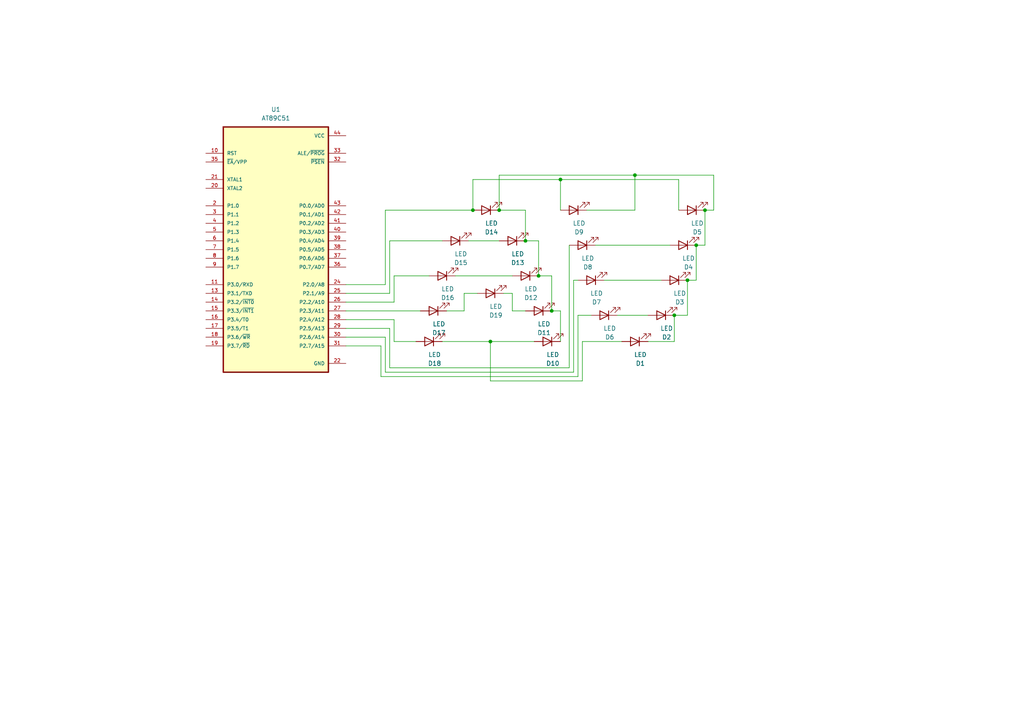
<source format=kicad_sch>
(kicad_sch (version 20230121) (generator eeschema)
  (paper "A4")
  (lib_symbols
    (symbol "Device:LED" (pin_numbers hide) (pin_names (offset 1.016) hide)
      (property "Reference" "D" (at 0 2.54 0))
      (property "Value" "LED" (at 0 -2.54 0))
      (symbol "LED_0_1"
        (polyline (pts (xy -1.27 -1.27) (xy -1.27 1.27)) (stroke (width 0.254)))
        (polyline (pts (xy -1.27 0) (xy 1.27 0)))
        (polyline (pts (xy 1.27 -1.27) (xy 1.27 1.27) (xy -1.27 0) (xy 1.27 -1.27)) (stroke (width 0.254)))
        (polyline (pts (xy -3.048 -0.762) (xy -4.572 -2.286) (xy -3.81 -2.286) (xy -4.572 -2.286) (xy -4.572 -1.524)))
        (polyline (pts (xy -1.778 -0.762) (xy -3.302 -2.286) (xy -2.54 -2.286) (xy -3.302 -2.286) (xy -3.302 -1.524)))
      )
      (symbol "LED_1_1"
        (pin passive line (at -3.81 0 0) (length 2.54) (name "K") (number "1"))
        (pin passive line (at 3.81 0 180) (length 2.54) (name "A") (number "2"))
      )
    )
    (symbol "My_Custom_Symbol_Library:AT89C51" (pin_names (offset 1.016))
      (property "Reference" "U" (at -15.24 36.83 0))
      (property "Value" "AT89C51" (at -15.24 -36.83 0))
      (symbol "AT89C51_0_0"
        (rectangle (start -15.24 -35.56) (end 15.24 35.56) (stroke (width 0.4064)) (fill (type background)))
        (pin input line (at -20.32 27.94 0) (length 5.08) (name "RST") (number "10"))
        (pin bidirectional line (at -20.32 -10.16 0) (length 5.08) (name "P3.0/RXD") (number "11"))
        (pin bidirectional line (at -20.32 -12.7 0) (length 5.08) (name "P3.1/TXD") (number "13"))
        (pin bidirectional line (at -20.32 -15.24 0) (length 5.08) (name "P3.2/~{INT0}") (number "14"))
        (pin bidirectional line (at -20.32 -17.78 0) (length 5.08) (name "P3.3/~{INT1}") (number "15"))
        (pin bidirectional line (at -20.32 -20.32 0) (length 5.08) (name "P3.4/T0") (number "16"))
        (pin bidirectional line (at -20.32 -22.86 0) (length 5.08) (name "P3.5/T1") (number "17"))
        (pin bidirectional line (at -20.32 -25.4 0) (length 5.08) (name "P3.6/~{WR}") (number "18"))
        (pin bidirectional line (at -20.32 -27.94 0) (length 5.08) (name "P3.7/~{RD}") (number "19"))
        (pin bidirectional line (at -20.32 12.7 0) (length 5.08) (name "P1.0") (number "2"))
        (pin output line (at -20.32 17.78 0) (length 5.08) (name "XTAL2") (number "20"))
        (pin input line (at -20.32 20.32 0) (length 5.08) (name "XTAL1") (number "21"))
        (pin power_in line (at 20.32 -33.02 180) (length 5.08) (name "GND") (number "22"))
        (pin bidirectional line (at 20.32 -10.16 180) (length 5.08) (name "P2.0/A8") (number "24"))
        (pin bidirectional line (at 20.32 -12.7 180) (length 5.08) (name "P2.1/A9") (number "25"))
        (pin bidirectional line (at 20.32 -15.24 180) (length 5.08) (name "P2.2/A10") (number "26"))
        (pin bidirectional line (at 20.32 -17.78 180) (length 5.08) (name "P2.3/A11") (number "27"))
        (pin bidirectional line (at 20.32 -20.32 180) (length 5.08) (name "P2.4/A12") (number "28"))
        (pin bidirectional line (at 20.32 -22.86 180) (length 5.08) (name "P2.5/A13") (number "29"))
        (pin bidirectional line (at -20.32 10.16 0) (length 5.08) (name "P1.1") (number "3"))
        (pin bidirectional line (at 20.32 -25.4 180) (length 5.08) (name "P2.6/A14") (number "30"))
        (pin bidirectional line (at 20.32 -27.94 180) (length 5.08) (name "P2.7/A15") (number "31"))
        (pin output line (at 20.32 25.4 180) (length 5.08) (name "~{PSEN}") (number "32"))
        (pin output line (at 20.32 27.94 180) (length 5.08) (name "ALE/~{PROG}") (number "33"))
        (pin input line (at -20.32 25.4 0) (length 5.08) (name "~{EA}/VPP") (number "35"))
        (pin bidirectional line (at 20.32 -5.08 180) (length 5.08) (name "P0.7/AD7") (number "36"))
        (pin bidirectional line (at 20.32 -2.54 180) (length 5.08) (name "P0.6/AD6") (number "37"))
        (pin bidirectional line (at 20.32 0 180) (length 5.08) (name "P0.5/AD5") (number "38"))
        (pin bidirectional line (at 20.32 2.54 180) (length 5.08) (name "P0.4/AD4") (number "39"))
        (pin bidirectional line (at -20.32 7.62 0) (length 5.08) (name "P1.2") (number "4"))
        (pin bidirectional line (at 20.32 5.08 180) (length 5.08) (name "P0.3/AD3") (number "40"))
        (pin bidirectional line (at 20.32 7.62 180) (length 5.08) (name "P0.2/AD2") (number "41"))
        (pin bidirectional line (at 20.32 10.16 180) (length 5.08) (name "P0.1/AD1") (number "42"))
        (pin bidirectional line (at 20.32 12.7 180) (length 5.08) (name "P0.0/AD0") (number "43"))
        (pin power_in line (at 20.32 33.02 180) (length 5.08) (name "VCC") (number "44"))
        (pin bidirectional line (at -20.32 5.08 0) (length 5.08) (name "P1.3") (number "5"))
        (pin bidirectional line (at -20.32 2.54 0) (length 5.08) (name "P1.4") (number "6"))
        (pin bidirectional line (at -20.32 0 0) (length 5.08) (name "P1.5") (number "7"))
        (pin bidirectional line (at -20.32 -2.54 0) (length 5.08) (name "P1.6") (number "8"))
        (pin bidirectional line (at -20.32 -5.08 0) (length 5.08) (name "P1.7") (number "9"))
      )
    )
  )
  (junction (at 199.39 81.28))
  (junction (at 204.47 60.96))
  (junction (at 184.15 50.8))
  (junction (at 201.93 71.12))
  (junction (at 160.02 90.17))
  (junction (at 152.4 69.85))
  (junction (at 142.24 99.06))
  (junction (at 162.56 52.07))
  (junction (at 137.16 60.96))
  (junction (at 156.21 80.01))
  (junction (at 195.58 91.44))
  (junction (at 144.78 60.96))
  (wire (pts (xy 195.58 91.44) (xy 199.39 91.44)))
  (wire (pts (xy 110.49 100.33) (xy 110.49 109.22)))
  (wire (pts (xy 114.3 80.01) (xy 124.46 80.01)))
  (wire (pts (xy 111.76 82.55) (xy 111.76 60.96)))
  (wire (pts (xy 113.03 106.68) (xy 165.1 106.68)))
  (wire (pts (xy 160.02 90.17) (xy 162.56 90.17)))
  (wire (pts (xy 114.3 87.63) (xy 114.3 80.01)))
  (wire (pts (xy 142.24 110.49) (xy 168.91 110.49)))
  (wire (pts (xy 152.4 69.85) (xy 156.21 69.85)))
  (wire (pts (xy 113.03 85.09) (xy 113.03 69.85)))
  (wire (pts (xy 167.64 109.22) (xy 167.64 91.44)))
  (wire (pts (xy 132.08 80.01) (xy 148.59 80.01)))
  (wire (pts (xy 144.78 60.96) (xy 144.78 50.8)))
  (wire (pts (xy 100.33 85.09) (xy 113.03 85.09)))
  (wire (pts (xy 184.15 60.96) (xy 184.15 50.8)))
  (wire (pts (xy 195.58 99.06) (xy 195.58 91.44)))
  (wire (pts (xy 100.33 92.71) (xy 114.3 92.71)))
  (wire (pts (xy 168.91 110.49) (xy 168.91 99.06)))
  (wire (pts (xy 167.64 91.44) (xy 171.45 91.44)))
  (wire (pts (xy 199.39 91.44) (xy 199.39 81.28)))
  (wire (pts (xy 134.62 90.17) (xy 134.62 85.09)))
  (wire (pts (xy 175.26 81.28) (xy 191.77 81.28)))
  (wire (pts (xy 135.89 69.85) (xy 144.78 69.85)))
  (wire (pts (xy 111.76 97.79) (xy 111.76 107.95)))
  (wire (pts (xy 187.96 99.06) (xy 195.58 99.06)))
  (wire (pts (xy 172.72 71.12) (xy 194.31 71.12)))
  (wire (pts (xy 184.15 50.8) (xy 207.01 50.8)))
  (wire (pts (xy 196.85 52.07) (xy 196.85 60.96)))
  (wire (pts (xy 111.76 60.96) (xy 137.16 60.96)))
  (wire (pts (xy 113.03 95.25) (xy 113.03 106.68)))
  (wire (pts (xy 179.07 91.44) (xy 187.96 91.44)))
  (wire (pts (xy 162.56 90.17) (xy 162.56 99.06)))
  (wire (pts (xy 199.39 81.28) (xy 201.93 81.28)))
  (wire (pts (xy 100.33 82.55) (xy 111.76 82.55)))
  (wire (pts (xy 207.01 60.96) (xy 204.47 60.96)))
  (wire (pts (xy 162.56 52.07) (xy 196.85 52.07)))
  (wire (pts (xy 156.21 80.01) (xy 160.02 80.01)))
  (wire (pts (xy 166.37 107.95) (xy 166.37 81.28)))
  (wire (pts (xy 134.62 85.09) (xy 138.43 85.09)))
  (wire (pts (xy 100.33 100.33) (xy 110.49 100.33)))
  (wire (pts (xy 201.93 71.12) (xy 204.47 71.12)))
  (wire (pts (xy 165.1 106.68) (xy 165.1 71.12)))
  (wire (pts (xy 146.05 85.09) (xy 148.59 85.09)))
  (wire (pts (xy 162.56 60.96) (xy 162.56 52.07)))
  (wire (pts (xy 100.33 97.79) (xy 111.76 97.79)))
  (wire (pts (xy 113.03 69.85) (xy 128.27 69.85)))
  (wire (pts (xy 142.24 99.06) (xy 142.24 110.49)))
  (wire (pts (xy 114.3 92.71) (xy 114.3 99.06)))
  (wire (pts (xy 160.02 80.01) (xy 160.02 90.17)))
  (wire (pts (xy 142.24 99.06) (xy 154.94 99.06)))
  (wire (pts (xy 129.54 90.17) (xy 134.62 90.17)))
  (wire (pts (xy 156.21 69.85) (xy 156.21 80.01)))
  (wire (pts (xy 204.47 71.12) (xy 204.47 60.96)))
  (wire (pts (xy 137.16 52.07) (xy 162.56 52.07)))
  (wire (pts (xy 152.4 60.96) (xy 152.4 69.85)))
  (wire (pts (xy 166.37 81.28) (xy 167.64 81.28)))
  (wire (pts (xy 114.3 99.06) (xy 120.65 99.06)))
  (wire (pts (xy 148.59 85.09) (xy 148.59 90.17)))
  (wire (pts (xy 207.01 50.8) (xy 207.01 60.96)))
  (wire (pts (xy 111.76 107.95) (xy 166.37 107.95)))
  (wire (pts (xy 144.78 60.96) (xy 152.4 60.96)))
  (wire (pts (xy 170.18 60.96) (xy 184.15 60.96)))
  (wire (pts (xy 110.49 109.22) (xy 167.64 109.22)))
  (wire (pts (xy 168.91 99.06) (xy 180.34 99.06)))
  (wire (pts (xy 100.33 90.17) (xy 121.92 90.17)))
  (wire (pts (xy 148.59 90.17) (xy 152.4 90.17)))
  (wire (pts (xy 128.27 99.06) (xy 142.24 99.06)))
  (wire (pts (xy 100.33 87.63) (xy 114.3 87.63)))
  (wire (pts (xy 144.78 50.8) (xy 184.15 50.8)))
  (wire (pts (xy 201.93 81.28) (xy 201.93 71.12)))
  (wire (pts (xy 100.33 95.25) (xy 113.03 95.25)))
  (wire (pts (xy 137.16 60.96) (xy 137.16 52.07)))
  (symbol (lib_id "Device:LED") (at 132.08 69.85 180) (unit 1)
    (property "Reference" "D15" (at 133.6675 76.2 0))
    (property "Value" "LED" (at 133.6675 73.66 0))
    (property "Footprint" "LED_SMD:LED_0805_2012Metric_Pad1.15x1.40mm_HandSolder" (effects hide))
  )
  (symbol (lib_id "Device:LED") (at 152.4 80.01 180) (unit 1)
    (property "Reference" "D12" (at 153.9875 86.36 0))
    (property "Value" "LED" (at 153.9875 83.82 0))
    (property "Footprint" "LED_SMD:LED_0805_2012Metric_Pad1.15x1.40mm_HandSolder" (effects hide))
  )
  (symbol (lib_id "My_Custom_Symbol_Library:AT89C51") (at 80.01 72.39 0) (unit 1)
    (property "Reference" "U1" (at 80.01 31.75 0))
    (property "Value" "AT89C51" (at 80.01 34.29 0))
    (property "Footprint" "My_Custom_Library:AT89C51" (effects hide))
    (property "MF" "Microchip" (effects hide))
    (property "MAXIMUM_PACKAGE_HEIGHT" "4.57 mm" (effects hide))
    (property "Package" "LCC-44 Microchip" (effects hide))
    (property "Price" "None" (effects hide))
    (property "Check_prices" "https://www.snapeda.com/parts/AT89C51/Microchip/view-part/?ref=eda" (effects hide))
    (property "STANDARD" "IPC 7351B" (effects hide))
    (property "PARTREV" "0265G-02/00" (effects hide))
    (property "SnapEDA_Link" "https://www.snapeda.com/parts/AT89C51/Microchip/view-part/?ref=snap" (effects hide))
    (property "MP" "AT89C51" (effects hide))
    (property "Purchase-URL" "https://www.snapeda.com/api/url_track_click_mouser/?unipart_id=1384125&manufacturer=Microchip&part_name=AT89C51&search_term=at89c51" (effects hide))
    (property "Description" "\n80C51 AT89C CAN Microcontroller IC 8-Bit 40MHz 64KB (64K x 8) FLASH 44-PLCC (16.6x16.6)\n" (effects hide))
    (property "Availability" "In Stock" (effects hide))
    (property "MANUFACTURER" "Microchip" (effects hide))
  )
  (symbol (lib_id "Device:LED") (at 198.12 71.12 180) (unit 1)
    (property "Reference" "D4" (at 199.7075 77.47 0))
    (property "Value" "LED" (at 199.7075 74.93 0))
    (property "Footprint" "LED_SMD:LED_0805_2012Metric_Pad1.15x1.40mm_HandSolder" (effects hide))
  )
  (symbol (lib_id "Device:LED") (at 175.26 91.44 180) (unit 1)
    (property "Reference" "D6" (at 176.8475 97.79 0))
    (property "Value" "LED" (at 176.8475 95.25 0))
    (property "Footprint" "LED_SMD:LED_0805_2012Metric_Pad1.15x1.40mm_HandSolder" (effects hide))
  )
  (symbol (lib_id "Device:LED") (at 166.37 60.96 180) (unit 1)
    (property "Reference" "D9" (at 167.9575 67.31 0))
    (property "Value" "LED" (at 167.9575 64.77 0))
    (property "Footprint" "LED_SMD:LED_0805_2012Metric_Pad1.15x1.40mm_HandSolder" (effects hide))
  )
  (symbol (lib_id "Device:LED") (at 191.77 91.44 180) (unit 1)
    (property "Reference" "D2" (at 193.3575 97.79 0))
    (property "Value" "LED" (at 193.3575 95.25 0))
    (property "Footprint" "LED_SMD:LED_0805_2012Metric_Pad1.15x1.40mm_HandSolder" (effects hide))
  )
  (symbol (lib_id "Device:LED") (at 184.15 99.06 180) (unit 1)
    (property "Reference" "D1" (at 185.7375 105.41 0))
    (property "Value" "LED" (at 185.7375 102.87 0))
    (property "Footprint" "LED_SMD:LED_0805_2012Metric_Pad1.15x1.40mm_HandSolder" (effects hide))
  )
  (symbol (lib_id "Device:LED") (at 142.24 85.09 180) (unit 1)
    (property "Reference" "D19" (at 143.8275 91.44 0))
    (property "Value" "LED" (at 143.8275 88.9 0))
    (property "Footprint" "LED_SMD:LED_0805_2012Metric_Pad1.15x1.40mm_HandSolder" (effects hide))
  )
  (symbol (lib_id "Device:LED") (at 195.58 81.28 180) (unit 1)
    (property "Reference" "D3" (at 197.1675 87.63 0))
    (property "Value" "LED" (at 197.1675 85.09 0))
    (property "Footprint" "LED_SMD:LED_0805_2012Metric_Pad1.15x1.40mm_HandSolder" (effects hide))
  )
  (symbol (lib_id "Device:LED") (at 158.75 99.06 180) (unit 1)
    (property "Reference" "D10" (at 160.3375 105.41 0))
    (property "Value" "LED" (at 160.3375 102.87 0))
    (property "Footprint" "LED_SMD:LED_0805_2012Metric_Pad1.15x1.40mm_HandSolder" (effects hide))
  )
  (symbol (lib_id "Device:LED") (at 168.91 71.12 180) (unit 1)
    (property "Reference" "D8" (at 170.4975 77.47 0))
    (property "Value" "LED" (at 170.4975 74.93 0))
    (property "Footprint" "LED_SMD:LED_0805_2012Metric_Pad1.15x1.40mm_HandSolder" (effects hide))
  )
  (symbol (lib_id "Device:LED") (at 128.27 80.01 180) (unit 1)
    (property "Reference" "D16" (at 129.8575 86.36 0))
    (property "Value" "LED" (at 129.8575 83.82 0))
    (property "Footprint" "LED_SMD:LED_0805_2012Metric_Pad1.15x1.40mm_HandSolder" (effects hide))
  )
  (symbol (lib_id "Device:LED") (at 200.66 60.96 180) (unit 1)
    (property "Reference" "D5" (at 202.2475 67.31 0))
    (property "Value" "LED" (at 202.2475 64.77 0))
    (property "Footprint" "LED_SMD:LED_0805_2012Metric_Pad1.15x1.40mm_HandSolder" (effects hide))
  )
  (symbol (lib_id "Device:LED") (at 140.97 60.96 180) (unit 1)
    (property "Reference" "D14" (at 142.5575 67.31 0))
    (property "Value" "LED" (at 142.5575 64.77 0))
    (property "Footprint" "LED_SMD:LED_0805_2012Metric_Pad1.15x1.40mm_HandSolder" (effects hide))
  )
  (symbol (lib_id "Device:LED") (at 156.21 90.17 180) (unit 1)
    (property "Reference" "D11" (at 157.7975 96.52 0))
    (property "Value" "LED" (at 157.7975 93.98 0))
    (property "Footprint" "LED_SMD:LED_0805_2012Metric_Pad1.15x1.40mm_HandSolder" (effects hide))
  )
  (symbol (lib_id "Device:LED") (at 171.45 81.28 180) (unit 1)
    (property "Reference" "D7" (at 173.0375 87.63 0))
    (property "Value" "LED" (at 173.0375 85.09 0))
    (property "Footprint" "LED_SMD:LED_0805_2012Metric_Pad1.15x1.40mm_HandSolder" (effects hide))
  )
  (symbol (lib_id "Device:LED") (at 125.73 90.17 180) (unit 1)
    (property "Reference" "D17" (at 127.3175 96.52 0))
    (property "Value" "LED" (at 127.3175 93.98 0))
    (property "Footprint" "LED_SMD:LED_0805_2012Metric_Pad1.15x1.40mm_HandSolder" (effects hide))
  )
  (symbol (lib_id "Device:LED") (at 124.46 99.06 180) (unit 1)
    (property "Reference" "D18" (at 126.0475 105.41 0))
    (property "Value" "LED" (at 126.0475 102.87 0))
    (property "Footprint" "LED_SMD:LED_0805_2012Metric_Pad1.15x1.40mm_HandSolder" (effects hide))
  )
  (symbol (lib_id "Device:LED") (at 148.59 69.85 180) (unit 1)
    (property "Reference" "D13" (at 150.1775 76.2 0))
    (property "Value" "LED" (at 150.1775 73.66 0))
    (property "Footprint" "LED_SMD:LED_0805_2012Metric_Pad1.15x1.40mm_HandSolder" (effects hide))
  )
)
</source>
